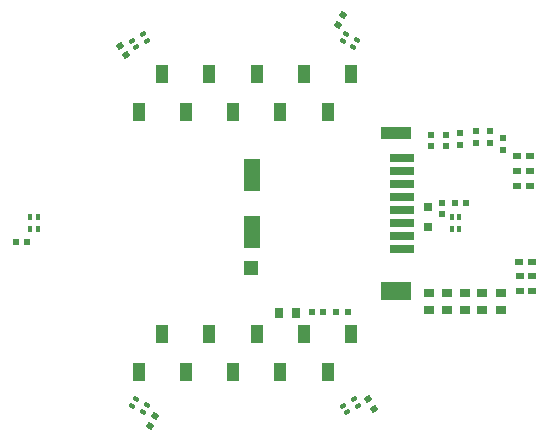
<source format=gbp>
%TF.GenerationSoftware,KiCad,Pcbnew,9.0.5*%
%TF.CreationDate,2025-12-11T12:43:01+01:00*%
%TF.ProjectId,MemShield,4d656d53-6869-4656-9c64-2e6b69636164,rev?*%
%TF.SameCoordinates,Original*%
%TF.FileFunction,Paste,Bot*%
%TF.FilePolarity,Positive*%
%FSLAX46Y46*%
G04 Gerber Fmt 4.6, Leading zero omitted, Abs format (unit mm)*
G04 Created by KiCad (PCBNEW 9.0.5) date 2025-12-11 12:43:01*
%MOMM*%
%LPD*%
G01*
G04 APERTURE LIST*
G04 Aperture macros list*
%AMRotRect*
0 Rectangle, with rotation*
0 The origin of the aperture is its center*
0 $1 length*
0 $2 width*
0 $3 Rotation angle, in degrees counterclockwise*
0 Add horizontal line*
21,1,$1,$2,0,0,$3*%
G04 Aperture macros list end*
%ADD10R,0.654800X0.558800*%
%ADD11R,0.609600X0.504800*%
%ADD12RotRect,0.504800X0.558800X300.000000*%
%ADD13R,0.350000X0.550000*%
%ADD14R,1.000000X1.600000*%
%ADD15R,0.504800X0.558800*%
%ADD16RotRect,0.504800X0.558800X240.000000*%
%ADD17RotRect,0.550000X0.350000X30.000000*%
%ADD18R,0.900000X0.650000*%
%ADD19R,0.800000X0.650000*%
%ADD20RotRect,0.550000X0.350000X210.000000*%
%ADD21R,0.504800X0.609600*%
%ADD22R,0.650000X0.900000*%
%ADD23RotRect,0.550000X0.350000X330.000000*%
%ADD24R,0.558800X0.504800*%
%ADD25RotRect,0.504800X0.558800X120.000000*%
%ADD26R,2.000000X0.700000*%
%ADD27R,1.400000X2.700000*%
%ADD28R,2.600000X1.000000*%
%ADD29R,2.600000X1.500000*%
%ADD30R,1.200000X1.200000*%
%ADD31RotRect,0.504800X0.558800X60.000000*%
%ADD32RotRect,0.550000X0.350000X150.000000*%
G04 APERTURE END LIST*
D10*
%TO.C,R8*%
X168510100Y-103866820D03*
X169596700Y-103866820D03*
%TD*%
D11*
%TO.C,D4*%
X167390100Y-100804220D03*
X167390100Y-99816820D03*
%TD*%
D12*
%TO.C,C26*%
X155920688Y-121941431D03*
X156388988Y-122752551D03*
%TD*%
D11*
%TO.C,D2*%
X162490100Y-100535820D03*
X162490100Y-99548420D03*
%TD*%
D10*
%TO.C,R13*%
X168720100Y-110276820D03*
X169806700Y-110276820D03*
%TD*%
D13*
%TO.C,M3*%
X163015100Y-106491820D03*
X163665100Y-106491820D03*
X163665100Y-107541820D03*
X163015100Y-107541820D03*
%TD*%
D14*
%TO.C,P1*%
X154490100Y-94416820D03*
X152490100Y-97616820D03*
X150490100Y-94416820D03*
X148490100Y-97616820D03*
X146490100Y-94416820D03*
X144490100Y-97616820D03*
X142490100Y-94416820D03*
X140490100Y-97616820D03*
X138490100Y-94416820D03*
X136490100Y-97616820D03*
%TD*%
D10*
%TO.C,R10*%
X168510100Y-101366820D03*
X169596700Y-101366820D03*
%TD*%
D15*
%TO.C,C19*%
X152126700Y-114516820D03*
X151190100Y-114516820D03*
%TD*%
D16*
%TO.C,C27*%
X137907087Y-123395283D03*
X137438787Y-124206403D03*
%TD*%
D17*
%TO.C,M2*%
X136272936Y-92129912D03*
X135947936Y-91566996D03*
X136857263Y-91041996D03*
X137182263Y-91604912D03*
%TD*%
D18*
%TO.C,R17*%
X165590100Y-112966820D03*
X165590100Y-114416820D03*
%TD*%
D19*
%TO.C,C21*%
X160990100Y-107341820D03*
X160990100Y-105691820D03*
%TD*%
D10*
%TO.C,R9*%
X168546800Y-102616820D03*
X169633400Y-102616820D03*
%TD*%
D20*
%TO.C,M4*%
X154707263Y-121953728D03*
X155032263Y-122516644D03*
X154122936Y-123041644D03*
X153797936Y-122478728D03*
%TD*%
D11*
%TO.C,D3*%
X161290100Y-100535820D03*
X161290100Y-99548420D03*
%TD*%
D14*
%TO.C,P2*%
X154490100Y-116416820D03*
X152490100Y-119616820D03*
X150490100Y-116416820D03*
X148490100Y-119616820D03*
X146490100Y-116416820D03*
X144490100Y-119616820D03*
X142490100Y-116416820D03*
X140490100Y-119616820D03*
X138490100Y-116416820D03*
X136490100Y-119616820D03*
%TD*%
D21*
%TO.C,D7*%
X153196400Y-114516820D03*
X154183800Y-114516820D03*
%TD*%
D22*
%TO.C,R19*%
X148365100Y-114616820D03*
X149815100Y-114616820D03*
%TD*%
D10*
%TO.C,R12*%
X168746800Y-111516820D03*
X169833400Y-111516820D03*
%TD*%
D11*
%TO.C,D5*%
X166290100Y-100235820D03*
X166290100Y-99248420D03*
%TD*%
D18*
%TO.C,R14*%
X162590100Y-112966820D03*
X162590100Y-114416820D03*
%TD*%
D15*
%TO.C,C23*%
X127058400Y-108616820D03*
X126121800Y-108616820D03*
%TD*%
D23*
%TO.C,M7*%
X153761510Y-91588582D03*
X154086510Y-91025666D03*
X154995837Y-91550666D03*
X154670837Y-92113582D03*
%TD*%
D11*
%TO.C,D6*%
X165090100Y-100235820D03*
X165090100Y-99248420D03*
%TD*%
D10*
%TO.C,R11*%
X168750100Y-112756820D03*
X169836700Y-112756820D03*
%TD*%
D24*
%TO.C,C20*%
X162160100Y-106265120D03*
X162160100Y-105328520D03*
%TD*%
D15*
%TO.C,C25*%
X163283500Y-105297530D03*
X164220100Y-105297530D03*
%TD*%
D25*
%TO.C,C24*%
X135424250Y-92822380D03*
X134955950Y-92011260D03*
%TD*%
D18*
%TO.C,R15*%
X161090100Y-112966820D03*
X161090100Y-114416820D03*
%TD*%
%TO.C,R18*%
X164090100Y-112966820D03*
X164090100Y-114416820D03*
%TD*%
D13*
%TO.C,M1*%
X127965100Y-107541820D03*
X127315100Y-107541820D03*
X127315100Y-106491820D03*
X127965100Y-106491820D03*
%TD*%
D11*
%TO.C,D1*%
X163690100Y-100416820D03*
X163690100Y-99429420D03*
%TD*%
D26*
%TO.C,J1*%
X158790100Y-109216820D03*
X158790100Y-108116820D03*
X158790100Y-107016820D03*
X158790100Y-105916820D03*
X158790100Y-104816820D03*
X158790100Y-103716820D03*
X158790100Y-102616820D03*
X158790100Y-101516820D03*
D27*
X146090100Y-107816820D03*
D28*
X158290100Y-99416820D03*
D29*
X158290100Y-112766820D03*
D27*
X146090100Y-102916820D03*
D30*
X145990100Y-110866820D03*
%TD*%
D18*
%TO.C,R16*%
X167190100Y-112966820D03*
X167190100Y-114416820D03*
%TD*%
D31*
%TO.C,C29*%
X153355950Y-90222380D03*
X153824250Y-89411260D03*
%TD*%
D32*
%TO.C,M5*%
X137174427Y-122428904D03*
X136849427Y-122991820D03*
X135940100Y-122466820D03*
X136265100Y-121903904D03*
%TD*%
M02*

</source>
